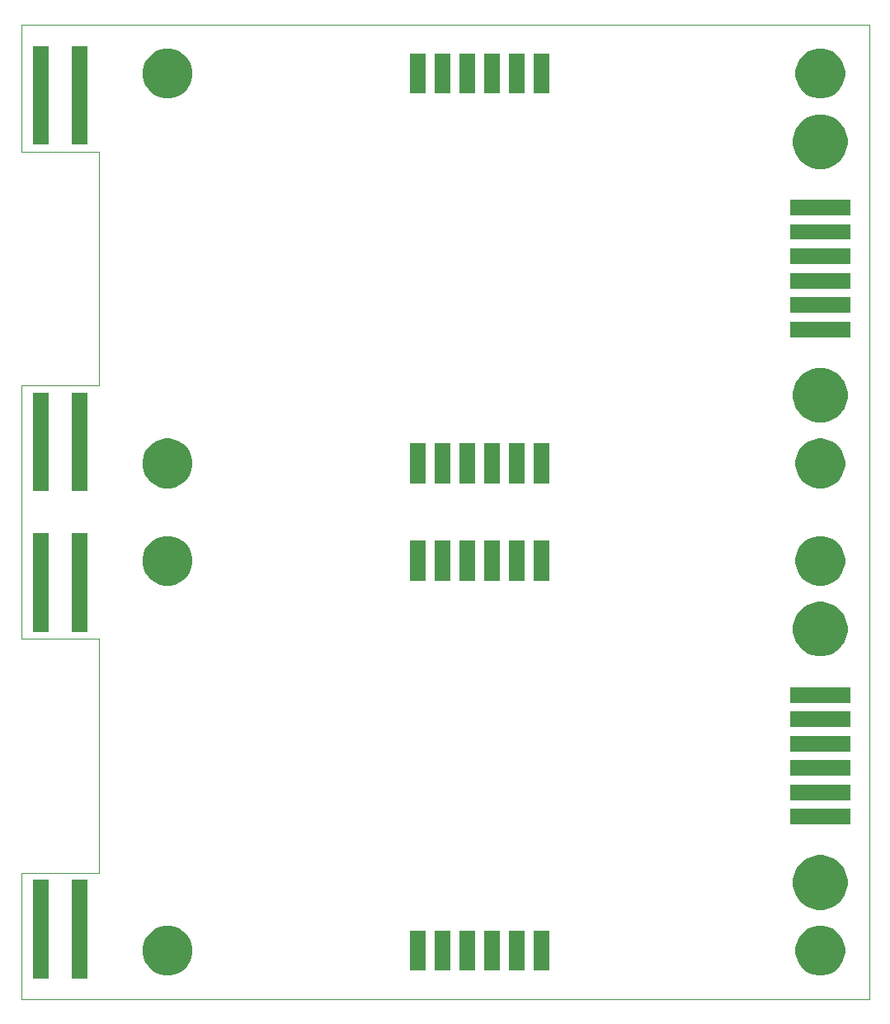
<source format=gbr>
%TF.GenerationSoftware,KiCad,Pcbnew,(5.0.0-rc2-60-gbfa89039c)*%
%TF.CreationDate,2019-08-02T13:49:45+03:00*%
%TF.ProjectId,ConnectorPCB,436F6E6E6563746F725043422E6B6963,rev?*%
%TF.SameCoordinates,Original*%
%TF.FileFunction,Soldermask,Top*%
%TF.FilePolarity,Negative*%
%FSLAX46Y46*%
G04 Gerber Fmt 4.6, Leading zero omitted, Abs format (unit mm)*
G04 Created by KiCad (PCBNEW (5.0.0-rc2-60-gbfa89039c)) date 08/02/19 13:49:45*
%MOMM*%
%LPD*%
G01*
G04 APERTURE LIST*
%ADD10C,0.050000*%
%ADD11C,0.150000*%
G04 APERTURE END LIST*
D10*
X127000000Y-130000000D02*
X40000000Y-130000000D01*
X40000000Y-117000000D02*
X48000000Y-117000000D01*
X40000000Y-93000000D02*
X40000000Y-80000000D01*
X48000000Y-117000000D02*
X48000000Y-93000000D01*
X48000000Y-93000000D02*
X40000000Y-93000000D01*
X40000000Y-130000000D02*
X40000000Y-117000000D01*
X127000000Y-130000000D02*
X127000000Y-80000000D01*
X127000000Y-80000000D02*
X127000000Y-30000000D01*
X40000000Y-43000000D02*
X40000000Y-30000000D01*
X48000000Y-43000000D02*
X40000000Y-43000000D01*
X48000000Y-67000000D02*
X48000000Y-43000000D01*
X40000000Y-67000000D02*
X48000000Y-67000000D01*
X40000000Y-80000000D02*
X40000000Y-67000000D01*
X40000000Y-30000000D02*
X127000000Y-30000000D01*
D11*
G36*
X46813000Y-127831000D02*
X45187000Y-127831000D01*
X45187000Y-117729000D01*
X46813000Y-117729000D01*
X46813000Y-127831000D01*
X46813000Y-127831000D01*
G37*
G36*
X42813000Y-127831000D02*
X41187000Y-127831000D01*
X41187000Y-117729000D01*
X42813000Y-117729000D01*
X42813000Y-127831000D01*
X42813000Y-127831000D01*
G37*
G36*
X122744096Y-122547033D02*
X122744098Y-122547034D01*
X122744099Y-122547034D01*
X123208352Y-122739333D01*
X123624284Y-123017250D01*
X123626171Y-123018511D01*
X123981489Y-123373829D01*
X123981491Y-123373832D01*
X124260667Y-123791648D01*
X124452966Y-124255901D01*
X124551000Y-124748748D01*
X124551000Y-125251252D01*
X124452966Y-125744099D01*
X124260667Y-126208352D01*
X123982750Y-126624284D01*
X123981489Y-126626171D01*
X123626171Y-126981489D01*
X123626168Y-126981491D01*
X123208352Y-127260667D01*
X122744099Y-127452966D01*
X122744098Y-127452966D01*
X122744096Y-127452967D01*
X122251253Y-127551000D01*
X121748747Y-127551000D01*
X121255904Y-127452967D01*
X121255902Y-127452966D01*
X121255901Y-127452966D01*
X120791648Y-127260667D01*
X120373832Y-126981491D01*
X120373829Y-126981489D01*
X120018511Y-126626171D01*
X120017250Y-126624284D01*
X119739333Y-126208352D01*
X119547034Y-125744099D01*
X119449000Y-125251252D01*
X119449000Y-124748748D01*
X119547034Y-124255901D01*
X119739333Y-123791648D01*
X120018509Y-123373832D01*
X120018511Y-123373829D01*
X120373829Y-123018511D01*
X120375716Y-123017250D01*
X120791648Y-122739333D01*
X121255901Y-122547034D01*
X121255902Y-122547034D01*
X121255904Y-122547033D01*
X121748747Y-122449000D01*
X122251253Y-122449000D01*
X122744096Y-122547033D01*
X122744096Y-122547033D01*
G37*
G36*
X55744096Y-122547033D02*
X55744098Y-122547034D01*
X55744099Y-122547034D01*
X56208352Y-122739333D01*
X56624284Y-123017250D01*
X56626171Y-123018511D01*
X56981489Y-123373829D01*
X56981491Y-123373832D01*
X57260667Y-123791648D01*
X57452966Y-124255901D01*
X57551000Y-124748748D01*
X57551000Y-125251252D01*
X57452966Y-125744099D01*
X57260667Y-126208352D01*
X56982750Y-126624284D01*
X56981489Y-126626171D01*
X56626171Y-126981489D01*
X56626168Y-126981491D01*
X56208352Y-127260667D01*
X55744099Y-127452966D01*
X55744098Y-127452966D01*
X55744096Y-127452967D01*
X55251253Y-127551000D01*
X54748747Y-127551000D01*
X54255904Y-127452967D01*
X54255902Y-127452966D01*
X54255901Y-127452966D01*
X53791648Y-127260667D01*
X53373832Y-126981491D01*
X53373829Y-126981489D01*
X53018511Y-126626171D01*
X53017250Y-126624284D01*
X52739333Y-126208352D01*
X52547034Y-125744099D01*
X52449000Y-125251252D01*
X52449000Y-124748748D01*
X52547034Y-124255901D01*
X52739333Y-123791648D01*
X53018509Y-123373832D01*
X53018511Y-123373829D01*
X53373829Y-123018511D01*
X53375716Y-123017250D01*
X53791648Y-122739333D01*
X54255901Y-122547034D01*
X54255902Y-122547034D01*
X54255904Y-122547033D01*
X54748747Y-122449000D01*
X55251253Y-122449000D01*
X55744096Y-122547033D01*
X55744096Y-122547033D01*
G37*
G36*
X94163000Y-127051000D02*
X92537000Y-127051000D01*
X92537000Y-122949000D01*
X94163000Y-122949000D01*
X94163000Y-127051000D01*
X94163000Y-127051000D01*
G37*
G36*
X81463000Y-127051000D02*
X79837000Y-127051000D01*
X79837000Y-122949000D01*
X81463000Y-122949000D01*
X81463000Y-127051000D01*
X81463000Y-127051000D01*
G37*
G36*
X84003000Y-127051000D02*
X82377000Y-127051000D01*
X82377000Y-122949000D01*
X84003000Y-122949000D01*
X84003000Y-127051000D01*
X84003000Y-127051000D01*
G37*
G36*
X86543000Y-127051000D02*
X84917000Y-127051000D01*
X84917000Y-122949000D01*
X86543000Y-122949000D01*
X86543000Y-127051000D01*
X86543000Y-127051000D01*
G37*
G36*
X89083000Y-127051000D02*
X87457000Y-127051000D01*
X87457000Y-122949000D01*
X89083000Y-122949000D01*
X89083000Y-127051000D01*
X89083000Y-127051000D01*
G37*
G36*
X91623000Y-127051000D02*
X89997000Y-127051000D01*
X89997000Y-122949000D01*
X91623000Y-122949000D01*
X91623000Y-127051000D01*
X91623000Y-127051000D01*
G37*
G36*
X122817021Y-115306640D02*
X123326770Y-115517785D01*
X123326771Y-115517786D01*
X123785534Y-115824321D01*
X124175679Y-116214466D01*
X124380036Y-116520308D01*
X124482215Y-116673230D01*
X124693360Y-117182979D01*
X124801000Y-117724124D01*
X124801000Y-118275876D01*
X124693360Y-118817021D01*
X124482215Y-119326770D01*
X124482214Y-119326771D01*
X124175679Y-119785534D01*
X123785534Y-120175679D01*
X123479692Y-120380036D01*
X123326770Y-120482215D01*
X122817021Y-120693360D01*
X122275876Y-120801000D01*
X121724124Y-120801000D01*
X121182979Y-120693360D01*
X120673230Y-120482215D01*
X120520308Y-120380036D01*
X120214466Y-120175679D01*
X119824321Y-119785534D01*
X119517786Y-119326771D01*
X119517785Y-119326770D01*
X119306640Y-118817021D01*
X119199000Y-118275876D01*
X119199000Y-117724124D01*
X119306640Y-117182979D01*
X119517785Y-116673230D01*
X119619964Y-116520308D01*
X119824321Y-116214466D01*
X120214466Y-115824321D01*
X120673229Y-115517786D01*
X120673230Y-115517785D01*
X121182979Y-115306640D01*
X121724124Y-115199000D01*
X122275876Y-115199000D01*
X122817021Y-115306640D01*
X122817021Y-115306640D01*
G37*
G36*
X125051000Y-112051000D02*
X118949000Y-112051000D01*
X118949000Y-110449000D01*
X125051000Y-110449000D01*
X125051000Y-112051000D01*
X125051000Y-112051000D01*
G37*
G36*
X125051000Y-109551000D02*
X118949000Y-109551000D01*
X118949000Y-107949000D01*
X125051000Y-107949000D01*
X125051000Y-109551000D01*
X125051000Y-109551000D01*
G37*
G36*
X125051000Y-107051000D02*
X118949000Y-107051000D01*
X118949000Y-105449000D01*
X125051000Y-105449000D01*
X125051000Y-107051000D01*
X125051000Y-107051000D01*
G37*
G36*
X125051000Y-104551000D02*
X118949000Y-104551000D01*
X118949000Y-102949000D01*
X125051000Y-102949000D01*
X125051000Y-104551000D01*
X125051000Y-104551000D01*
G37*
G36*
X125051000Y-102051000D02*
X118949000Y-102051000D01*
X118949000Y-100449000D01*
X125051000Y-100449000D01*
X125051000Y-102051000D01*
X125051000Y-102051000D01*
G37*
G36*
X125051000Y-99551000D02*
X118949000Y-99551000D01*
X118949000Y-97949000D01*
X125051000Y-97949000D01*
X125051000Y-99551000D01*
X125051000Y-99551000D01*
G37*
G36*
X122817021Y-89306640D02*
X123326770Y-89517785D01*
X123326771Y-89517786D01*
X123785534Y-89824321D01*
X124175679Y-90214466D01*
X124380036Y-90520308D01*
X124482215Y-90673230D01*
X124693360Y-91182979D01*
X124801000Y-91724124D01*
X124801000Y-92275876D01*
X124693360Y-92817021D01*
X124482215Y-93326770D01*
X124482214Y-93326771D01*
X124175679Y-93785534D01*
X123785534Y-94175679D01*
X123479692Y-94380036D01*
X123326770Y-94482215D01*
X122817021Y-94693360D01*
X122275876Y-94801000D01*
X121724124Y-94801000D01*
X121182979Y-94693360D01*
X120673230Y-94482215D01*
X120520308Y-94380036D01*
X120214466Y-94175679D01*
X119824321Y-93785534D01*
X119517786Y-93326771D01*
X119517785Y-93326770D01*
X119306640Y-92817021D01*
X119199000Y-92275876D01*
X119199000Y-91724124D01*
X119306640Y-91182979D01*
X119517785Y-90673230D01*
X119619964Y-90520308D01*
X119824321Y-90214466D01*
X120214466Y-89824321D01*
X120673229Y-89517786D01*
X120673230Y-89517785D01*
X121182979Y-89306640D01*
X121724124Y-89199000D01*
X122275876Y-89199000D01*
X122817021Y-89306640D01*
X122817021Y-89306640D01*
G37*
G36*
X46813000Y-92271000D02*
X45187000Y-92271000D01*
X45187000Y-82169000D01*
X46813000Y-82169000D01*
X46813000Y-92271000D01*
X46813000Y-92271000D01*
G37*
G36*
X42813000Y-92271000D02*
X41187000Y-92271000D01*
X41187000Y-82169000D01*
X42813000Y-82169000D01*
X42813000Y-92271000D01*
X42813000Y-92271000D01*
G37*
G36*
X122744096Y-82547033D02*
X122744098Y-82547034D01*
X122744099Y-82547034D01*
X123208352Y-82739333D01*
X123624284Y-83017250D01*
X123626171Y-83018511D01*
X123981489Y-83373829D01*
X123981491Y-83373832D01*
X124260667Y-83791648D01*
X124452966Y-84255901D01*
X124551000Y-84748748D01*
X124551000Y-85251252D01*
X124452966Y-85744099D01*
X124260667Y-86208352D01*
X123982750Y-86624284D01*
X123981489Y-86626171D01*
X123626171Y-86981489D01*
X123626168Y-86981491D01*
X123208352Y-87260667D01*
X122744099Y-87452966D01*
X122744098Y-87452966D01*
X122744096Y-87452967D01*
X122251253Y-87551000D01*
X121748747Y-87551000D01*
X121255904Y-87452967D01*
X121255902Y-87452966D01*
X121255901Y-87452966D01*
X120791648Y-87260667D01*
X120373832Y-86981491D01*
X120373829Y-86981489D01*
X120018511Y-86626171D01*
X120017250Y-86624284D01*
X119739333Y-86208352D01*
X119547034Y-85744099D01*
X119449000Y-85251252D01*
X119449000Y-84748748D01*
X119547034Y-84255901D01*
X119739333Y-83791648D01*
X120018509Y-83373832D01*
X120018511Y-83373829D01*
X120373829Y-83018511D01*
X120375716Y-83017250D01*
X120791648Y-82739333D01*
X121255901Y-82547034D01*
X121255902Y-82547034D01*
X121255904Y-82547033D01*
X121748747Y-82449000D01*
X122251253Y-82449000D01*
X122744096Y-82547033D01*
X122744096Y-82547033D01*
G37*
G36*
X55744096Y-82547033D02*
X55744098Y-82547034D01*
X55744099Y-82547034D01*
X56208352Y-82739333D01*
X56624284Y-83017250D01*
X56626171Y-83018511D01*
X56981489Y-83373829D01*
X56981491Y-83373832D01*
X57260667Y-83791648D01*
X57452966Y-84255901D01*
X57551000Y-84748748D01*
X57551000Y-85251252D01*
X57452966Y-85744099D01*
X57260667Y-86208352D01*
X56982750Y-86624284D01*
X56981489Y-86626171D01*
X56626171Y-86981489D01*
X56626168Y-86981491D01*
X56208352Y-87260667D01*
X55744099Y-87452966D01*
X55744098Y-87452966D01*
X55744096Y-87452967D01*
X55251253Y-87551000D01*
X54748747Y-87551000D01*
X54255904Y-87452967D01*
X54255902Y-87452966D01*
X54255901Y-87452966D01*
X53791648Y-87260667D01*
X53373832Y-86981491D01*
X53373829Y-86981489D01*
X53018511Y-86626171D01*
X53017250Y-86624284D01*
X52739333Y-86208352D01*
X52547034Y-85744099D01*
X52449000Y-85251252D01*
X52449000Y-84748748D01*
X52547034Y-84255901D01*
X52739333Y-83791648D01*
X53018509Y-83373832D01*
X53018511Y-83373829D01*
X53373829Y-83018511D01*
X53375716Y-83017250D01*
X53791648Y-82739333D01*
X54255901Y-82547034D01*
X54255902Y-82547034D01*
X54255904Y-82547033D01*
X54748747Y-82449000D01*
X55251253Y-82449000D01*
X55744096Y-82547033D01*
X55744096Y-82547033D01*
G37*
G36*
X84003000Y-87051000D02*
X82377000Y-87051000D01*
X82377000Y-82949000D01*
X84003000Y-82949000D01*
X84003000Y-87051000D01*
X84003000Y-87051000D01*
G37*
G36*
X86543000Y-87051000D02*
X84917000Y-87051000D01*
X84917000Y-82949000D01*
X86543000Y-82949000D01*
X86543000Y-87051000D01*
X86543000Y-87051000D01*
G37*
G36*
X81463000Y-87051000D02*
X79837000Y-87051000D01*
X79837000Y-82949000D01*
X81463000Y-82949000D01*
X81463000Y-87051000D01*
X81463000Y-87051000D01*
G37*
G36*
X89083000Y-87051000D02*
X87457000Y-87051000D01*
X87457000Y-82949000D01*
X89083000Y-82949000D01*
X89083000Y-87051000D01*
X89083000Y-87051000D01*
G37*
G36*
X91623000Y-87051000D02*
X89997000Y-87051000D01*
X89997000Y-82949000D01*
X91623000Y-82949000D01*
X91623000Y-87051000D01*
X91623000Y-87051000D01*
G37*
G36*
X94163000Y-87051000D02*
X92537000Y-87051000D01*
X92537000Y-82949000D01*
X94163000Y-82949000D01*
X94163000Y-87051000D01*
X94163000Y-87051000D01*
G37*
G36*
X42813000Y-77831000D02*
X41187000Y-77831000D01*
X41187000Y-67729000D01*
X42813000Y-67729000D01*
X42813000Y-77831000D01*
X42813000Y-77831000D01*
G37*
G36*
X46813000Y-77831000D02*
X45187000Y-77831000D01*
X45187000Y-67729000D01*
X46813000Y-67729000D01*
X46813000Y-77831000D01*
X46813000Y-77831000D01*
G37*
G36*
X55744096Y-72547033D02*
X55744098Y-72547034D01*
X55744099Y-72547034D01*
X56208352Y-72739333D01*
X56624284Y-73017250D01*
X56626171Y-73018511D01*
X56981489Y-73373829D01*
X56981491Y-73373832D01*
X57260667Y-73791648D01*
X57452966Y-74255901D01*
X57551000Y-74748748D01*
X57551000Y-75251252D01*
X57452966Y-75744099D01*
X57260667Y-76208352D01*
X56982750Y-76624284D01*
X56981489Y-76626171D01*
X56626171Y-76981489D01*
X56626168Y-76981491D01*
X56208352Y-77260667D01*
X55744099Y-77452966D01*
X55744098Y-77452966D01*
X55744096Y-77452967D01*
X55251253Y-77551000D01*
X54748747Y-77551000D01*
X54255904Y-77452967D01*
X54255902Y-77452966D01*
X54255901Y-77452966D01*
X53791648Y-77260667D01*
X53373832Y-76981491D01*
X53373829Y-76981489D01*
X53018511Y-76626171D01*
X53017250Y-76624284D01*
X52739333Y-76208352D01*
X52547034Y-75744099D01*
X52449000Y-75251252D01*
X52449000Y-74748748D01*
X52547034Y-74255901D01*
X52739333Y-73791648D01*
X53018509Y-73373832D01*
X53018511Y-73373829D01*
X53373829Y-73018511D01*
X53375716Y-73017250D01*
X53791648Y-72739333D01*
X54255901Y-72547034D01*
X54255902Y-72547034D01*
X54255904Y-72547033D01*
X54748747Y-72449000D01*
X55251253Y-72449000D01*
X55744096Y-72547033D01*
X55744096Y-72547033D01*
G37*
G36*
X122744096Y-72547033D02*
X122744098Y-72547034D01*
X122744099Y-72547034D01*
X123208352Y-72739333D01*
X123624284Y-73017250D01*
X123626171Y-73018511D01*
X123981489Y-73373829D01*
X123981491Y-73373832D01*
X124260667Y-73791648D01*
X124452966Y-74255901D01*
X124551000Y-74748748D01*
X124551000Y-75251252D01*
X124452966Y-75744099D01*
X124260667Y-76208352D01*
X123982750Y-76624284D01*
X123981489Y-76626171D01*
X123626171Y-76981489D01*
X123626168Y-76981491D01*
X123208352Y-77260667D01*
X122744099Y-77452966D01*
X122744098Y-77452966D01*
X122744096Y-77452967D01*
X122251253Y-77551000D01*
X121748747Y-77551000D01*
X121255904Y-77452967D01*
X121255902Y-77452966D01*
X121255901Y-77452966D01*
X120791648Y-77260667D01*
X120373832Y-76981491D01*
X120373829Y-76981489D01*
X120018511Y-76626171D01*
X120017250Y-76624284D01*
X119739333Y-76208352D01*
X119547034Y-75744099D01*
X119449000Y-75251252D01*
X119449000Y-74748748D01*
X119547034Y-74255901D01*
X119739333Y-73791648D01*
X120018509Y-73373832D01*
X120018511Y-73373829D01*
X120373829Y-73018511D01*
X120375716Y-73017250D01*
X120791648Y-72739333D01*
X121255901Y-72547034D01*
X121255902Y-72547034D01*
X121255904Y-72547033D01*
X121748747Y-72449000D01*
X122251253Y-72449000D01*
X122744096Y-72547033D01*
X122744096Y-72547033D01*
G37*
G36*
X89083000Y-77051000D02*
X87457000Y-77051000D01*
X87457000Y-72949000D01*
X89083000Y-72949000D01*
X89083000Y-77051000D01*
X89083000Y-77051000D01*
G37*
G36*
X81463000Y-77051000D02*
X79837000Y-77051000D01*
X79837000Y-72949000D01*
X81463000Y-72949000D01*
X81463000Y-77051000D01*
X81463000Y-77051000D01*
G37*
G36*
X84003000Y-77051000D02*
X82377000Y-77051000D01*
X82377000Y-72949000D01*
X84003000Y-72949000D01*
X84003000Y-77051000D01*
X84003000Y-77051000D01*
G37*
G36*
X86543000Y-77051000D02*
X84917000Y-77051000D01*
X84917000Y-72949000D01*
X86543000Y-72949000D01*
X86543000Y-77051000D01*
X86543000Y-77051000D01*
G37*
G36*
X91623000Y-77051000D02*
X89997000Y-77051000D01*
X89997000Y-72949000D01*
X91623000Y-72949000D01*
X91623000Y-77051000D01*
X91623000Y-77051000D01*
G37*
G36*
X94163000Y-77051000D02*
X92537000Y-77051000D01*
X92537000Y-72949000D01*
X94163000Y-72949000D01*
X94163000Y-77051000D01*
X94163000Y-77051000D01*
G37*
G36*
X122817021Y-65306640D02*
X123326770Y-65517785D01*
X123326771Y-65517786D01*
X123785534Y-65824321D01*
X124175679Y-66214466D01*
X124380036Y-66520308D01*
X124482215Y-66673230D01*
X124693360Y-67182979D01*
X124801000Y-67724124D01*
X124801000Y-68275876D01*
X124693360Y-68817021D01*
X124482215Y-69326770D01*
X124482214Y-69326771D01*
X124175679Y-69785534D01*
X123785534Y-70175679D01*
X123479692Y-70380036D01*
X123326770Y-70482215D01*
X122817021Y-70693360D01*
X122275876Y-70801000D01*
X121724124Y-70801000D01*
X121182979Y-70693360D01*
X120673230Y-70482215D01*
X120520308Y-70380036D01*
X120214466Y-70175679D01*
X119824321Y-69785534D01*
X119517786Y-69326771D01*
X119517785Y-69326770D01*
X119306640Y-68817021D01*
X119199000Y-68275876D01*
X119199000Y-67724124D01*
X119306640Y-67182979D01*
X119517785Y-66673230D01*
X119619964Y-66520308D01*
X119824321Y-66214466D01*
X120214466Y-65824321D01*
X120673229Y-65517786D01*
X120673230Y-65517785D01*
X121182979Y-65306640D01*
X121724124Y-65199000D01*
X122275876Y-65199000D01*
X122817021Y-65306640D01*
X122817021Y-65306640D01*
G37*
G36*
X125051000Y-62051000D02*
X118949000Y-62051000D01*
X118949000Y-60449000D01*
X125051000Y-60449000D01*
X125051000Y-62051000D01*
X125051000Y-62051000D01*
G37*
G36*
X125051000Y-59551000D02*
X118949000Y-59551000D01*
X118949000Y-57949000D01*
X125051000Y-57949000D01*
X125051000Y-59551000D01*
X125051000Y-59551000D01*
G37*
G36*
X125051000Y-57051000D02*
X118949000Y-57051000D01*
X118949000Y-55449000D01*
X125051000Y-55449000D01*
X125051000Y-57051000D01*
X125051000Y-57051000D01*
G37*
G36*
X125051000Y-54551000D02*
X118949000Y-54551000D01*
X118949000Y-52949000D01*
X125051000Y-52949000D01*
X125051000Y-54551000D01*
X125051000Y-54551000D01*
G37*
G36*
X125051000Y-52051000D02*
X118949000Y-52051000D01*
X118949000Y-50449000D01*
X125051000Y-50449000D01*
X125051000Y-52051000D01*
X125051000Y-52051000D01*
G37*
G36*
X125051000Y-49551000D02*
X118949000Y-49551000D01*
X118949000Y-47949000D01*
X125051000Y-47949000D01*
X125051000Y-49551000D01*
X125051000Y-49551000D01*
G37*
G36*
X122817021Y-39306640D02*
X123326770Y-39517785D01*
X123326771Y-39517786D01*
X123785534Y-39824321D01*
X124175679Y-40214466D01*
X124380036Y-40520308D01*
X124482215Y-40673230D01*
X124693360Y-41182979D01*
X124801000Y-41724124D01*
X124801000Y-42275876D01*
X124693360Y-42817021D01*
X124482215Y-43326770D01*
X124482214Y-43326771D01*
X124175679Y-43785534D01*
X123785534Y-44175679D01*
X123479692Y-44380036D01*
X123326770Y-44482215D01*
X122817021Y-44693360D01*
X122275876Y-44801000D01*
X121724124Y-44801000D01*
X121182979Y-44693360D01*
X120673230Y-44482215D01*
X120520308Y-44380036D01*
X120214466Y-44175679D01*
X119824321Y-43785534D01*
X119517786Y-43326771D01*
X119517785Y-43326770D01*
X119306640Y-42817021D01*
X119199000Y-42275876D01*
X119199000Y-41724124D01*
X119306640Y-41182979D01*
X119517785Y-40673230D01*
X119619964Y-40520308D01*
X119824321Y-40214466D01*
X120214466Y-39824321D01*
X120673229Y-39517786D01*
X120673230Y-39517785D01*
X121182979Y-39306640D01*
X121724124Y-39199000D01*
X122275876Y-39199000D01*
X122817021Y-39306640D01*
X122817021Y-39306640D01*
G37*
G36*
X42813000Y-42271000D02*
X41187000Y-42271000D01*
X41187000Y-32169000D01*
X42813000Y-32169000D01*
X42813000Y-42271000D01*
X42813000Y-42271000D01*
G37*
G36*
X46813000Y-42271000D02*
X45187000Y-42271000D01*
X45187000Y-32169000D01*
X46813000Y-32169000D01*
X46813000Y-42271000D01*
X46813000Y-42271000D01*
G37*
G36*
X55744096Y-32547033D02*
X55744098Y-32547034D01*
X55744099Y-32547034D01*
X56208352Y-32739333D01*
X56624284Y-33017250D01*
X56626171Y-33018511D01*
X56981489Y-33373829D01*
X56981491Y-33373832D01*
X57260667Y-33791648D01*
X57452966Y-34255901D01*
X57551000Y-34748748D01*
X57551000Y-35251252D01*
X57452966Y-35744099D01*
X57260667Y-36208352D01*
X56982750Y-36624284D01*
X56981489Y-36626171D01*
X56626171Y-36981489D01*
X56626168Y-36981491D01*
X56208352Y-37260667D01*
X55744099Y-37452966D01*
X55744098Y-37452966D01*
X55744096Y-37452967D01*
X55251253Y-37551000D01*
X54748747Y-37551000D01*
X54255904Y-37452967D01*
X54255902Y-37452966D01*
X54255901Y-37452966D01*
X53791648Y-37260667D01*
X53373832Y-36981491D01*
X53373829Y-36981489D01*
X53018511Y-36626171D01*
X53017250Y-36624284D01*
X52739333Y-36208352D01*
X52547034Y-35744099D01*
X52449000Y-35251252D01*
X52449000Y-34748748D01*
X52547034Y-34255901D01*
X52739333Y-33791648D01*
X53018509Y-33373832D01*
X53018511Y-33373829D01*
X53373829Y-33018511D01*
X53375716Y-33017250D01*
X53791648Y-32739333D01*
X54255901Y-32547034D01*
X54255902Y-32547034D01*
X54255904Y-32547033D01*
X54748747Y-32449000D01*
X55251253Y-32449000D01*
X55744096Y-32547033D01*
X55744096Y-32547033D01*
G37*
G36*
X122744096Y-32547033D02*
X122744098Y-32547034D01*
X122744099Y-32547034D01*
X123208352Y-32739333D01*
X123624284Y-33017250D01*
X123626171Y-33018511D01*
X123981489Y-33373829D01*
X123981491Y-33373832D01*
X124260667Y-33791648D01*
X124452966Y-34255901D01*
X124551000Y-34748748D01*
X124551000Y-35251252D01*
X124452966Y-35744099D01*
X124260667Y-36208352D01*
X123982750Y-36624284D01*
X123981489Y-36626171D01*
X123626171Y-36981489D01*
X123626168Y-36981491D01*
X123208352Y-37260667D01*
X122744099Y-37452966D01*
X122744098Y-37452966D01*
X122744096Y-37452967D01*
X122251253Y-37551000D01*
X121748747Y-37551000D01*
X121255904Y-37452967D01*
X121255902Y-37452966D01*
X121255901Y-37452966D01*
X120791648Y-37260667D01*
X120373832Y-36981491D01*
X120373829Y-36981489D01*
X120018511Y-36626171D01*
X120017250Y-36624284D01*
X119739333Y-36208352D01*
X119547034Y-35744099D01*
X119449000Y-35251252D01*
X119449000Y-34748748D01*
X119547034Y-34255901D01*
X119739333Y-33791648D01*
X120018509Y-33373832D01*
X120018511Y-33373829D01*
X120373829Y-33018511D01*
X120375716Y-33017250D01*
X120791648Y-32739333D01*
X121255901Y-32547034D01*
X121255902Y-32547034D01*
X121255904Y-32547033D01*
X121748747Y-32449000D01*
X122251253Y-32449000D01*
X122744096Y-32547033D01*
X122744096Y-32547033D01*
G37*
G36*
X84003000Y-37051000D02*
X82377000Y-37051000D01*
X82377000Y-32949000D01*
X84003000Y-32949000D01*
X84003000Y-37051000D01*
X84003000Y-37051000D01*
G37*
G36*
X94163000Y-37051000D02*
X92537000Y-37051000D01*
X92537000Y-32949000D01*
X94163000Y-32949000D01*
X94163000Y-37051000D01*
X94163000Y-37051000D01*
G37*
G36*
X91623000Y-37051000D02*
X89997000Y-37051000D01*
X89997000Y-32949000D01*
X91623000Y-32949000D01*
X91623000Y-37051000D01*
X91623000Y-37051000D01*
G37*
G36*
X89083000Y-37051000D02*
X87457000Y-37051000D01*
X87457000Y-32949000D01*
X89083000Y-32949000D01*
X89083000Y-37051000D01*
X89083000Y-37051000D01*
G37*
G36*
X86543000Y-37051000D02*
X84917000Y-37051000D01*
X84917000Y-32949000D01*
X86543000Y-32949000D01*
X86543000Y-37051000D01*
X86543000Y-37051000D01*
G37*
G36*
X81463000Y-37051000D02*
X79837000Y-37051000D01*
X79837000Y-32949000D01*
X81463000Y-32949000D01*
X81463000Y-37051000D01*
X81463000Y-37051000D01*
G37*
M02*

</source>
